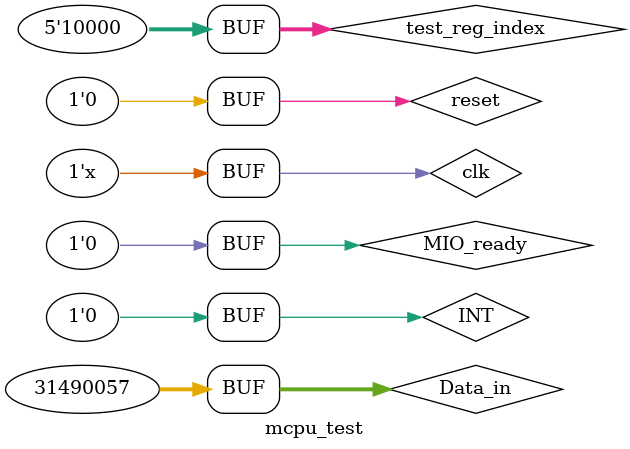
<source format=v>
`timescale 1ns / 1ps


module mcpu_test;

	// Inputs
	reg clk;
	reg reset;
	reg [31:0] Data_in;
	reg [4:0] test_reg_index;
	reg INT;
	reg MIO_ready;

	// Outputs
	wire mem_w;
	wire [31:0] Addr_out;
	wire [31:0] Data_out;
	wire [4:0] state;
	wire [31:0] PC_out;
	wire [31:0] inst_out;
	wire [31:0] test_reg_result;
	wire CPU_MIO;

	// Instantiate the Unit Under Test (UUT)
	MCPU_v1 uut (
		.clk(clk), 
		.reset(reset), 
		.mem_w(mem_w), 
		.Addr_out(Addr_out), 
		.Data_out(Data_out), 
		.Data_in(Data_in), 
		.state(state), 
		.PC_out(PC_out), 
		.inst_out(inst_out), 
		.test_reg_index(test_reg_index), 
		.test_reg_result(test_reg_result), 
		.INT(INT), 
		.MIO_ready(MIO_ready), 
		.CPU_MIO(CPU_MIO)
	);

	initial begin
		// Initialize Inputs
		clk = 0;
		reset = 1;
		Data_in = 0;
		test_reg_index = 0;
		INT = 0;
		MIO_ready = 0;

		// Wait 100 ns for global reset to finish
		#100;
		reset = 0;
		
		Data_in = 32'h20210001; // begin : addi $1, $1, 1
		test_reg_index = 1; // $1 ought to be 1
		#160;
		
		Data_in = 32'h00211020; //add $2, $1, $1
		#20;
		test_reg_index = 2; // $2 ought to be 2
		#140;
		
		Data_in = 32'h34630003; // ori $3, $3, 3
		#20;
		test_reg_index = 3; // $3 ought to be 3
		#140;
		
		Data_in = 32'h00622022; // $4 sub $4, $3, $2
		#20;
		test_reg_index = 4; // $4 ought to be 1
		#140;
		
		Data_in = 32'h00432827; // nor $5, $2, $3
		#20;
		test_reg_index = 5; // $5 ought to be 0xFFFFFFFC
		#140;
		
		Data_in = 32'h00433026; // xor $6, $2, $3
		#20;
		test_reg_index = 6; // $6 ought to be 0x00000001
		#140;
		
		Data_in = 32'h0043382A; // slt $7, $2, $3
		#20;
		test_reg_index = 7; // $7 ought to be 1
		#140;
		
		Data_in = 32'h28E8FFFF; // slti $8, $7. -1
		#20;
		test_reg_index = 8; // $8 ought to be 0
		#140;
		
		Data_in = 32'h00014FC0; // sll $9, $1, 31
		#20;
		test_reg_index = 9; // $9 ought to be 0x80000000;
		#140;
		
		Data_in = 32'h000957C2; // srl $10, $9, 31;
		#20;
		test_reg_index = 10; // $10 ought to be 0x00000001
		#140;
		
		Data_in = 32'h01405825; // or $11, $10, $0
		#20;
		test_reg_index = 11; // $11 ought to be 1
		#140;
		
		Data_in = 32'h316CFFFF; // andi $12, $11, 0xFFFF
		#20;
		test_reg_index = 12; // $12 ought to be 1
		#140;
		
		Data_in = 32'h3C0DFFFF; // lui $13, 0xFFFF
		#20
		test_reg_index = 13; // $13 ought to be 0xFFFF0000
		#140;
		
		Data_in = 32'h39AE0000; // xori $14, $13, 0x0000
		#20;
		test_reg_index = 14; // $14 ought to be 0xFFFF0000
		#140; 
		
		Data_in = 32'h11C0FFF1; // beq $14, $0, begin
		#160;
		
		Data_in = 32'h1400FFF0; // bne $0, $0, begin
		#160;
		
		/*
		Data_in = 32'h1000FFF1; // beq $0, $0, begin
		#160;
		*/
		
		/*
		Data_in = 32'h15C0FFF0; // bne $14, $0, begin
		#160;
		*/
		Data_in = 32'h08000011; // j L1
		#160;
		
		Data_in = 32'hAC0E0008; // L1: sw $14 8($0)
		#160;
		
		Data_in = 32'h8C0F0008; // lw $15 8($0)
		#50;
		test_reg_index = 15; // $15 ought to be 0x12345678
		Data_in = 32'h12345678;
		#150;
		
		Data_in = 32'h0C000014; // jal L2
		#20;
		test_reg_index = 31; // $31 ought to be 0
		#140;
		
		Data_in = 32'h01E08009; // L2: jalr $15, $16
		#20;
		test_reg_index = 16; // $16 ought to be 0x00000054 , PC ought to be 0x12345678
		#140;
		
        
	end
	
	always @ * begin
		#20;
		clk <= ~clk;
	end
      
endmodule

/*

	initial begin
		// Initialize Inputs
		inst_in = 0;
		Data_in = 0;
		clk = 0;
		reset = 1;
		test_reg_index = 0;

		// Wait 100 ns for global reset to finish
		#30;
		reset = 0;
		inst_in = 32'h20210001; // begin : addi $1, $1, 1
				#10;
				test_reg_index = 1; // $1 ought to be 1
				#20;
		inst_in = 32'h00211020; //add $2, $1, $1
				#20;
				test_reg_index = 2; // $2 ought to be 2
				#20;
		inst_in = 32'h34630003; // ori $3, $3, 3
				#20;
				test_reg_index = 2; // $3 ought to be 3
				#20;
		inst_in = 32'h00622022; // $4 sub $4, $3, $2
				#20;
				test_reg_index = 4; // $4 ought to be 1
				#20;
		inst_in = 32'h00432827; // nor $5, $2, $3
				#20;
				test_reg_index = 5; // $5 ought to be 0xFFFFFFFC
				#20;
		inst_in = 32'h00433026; // xor $6, $2, $3
				#20;
				test_reg_index = 6; // $6 ought to be 0x00000001
				#20;
		inst_in = 32'h0043382A; // slt $7, $2, $3
				#20;
				test_reg_index = 7; // $7 ought to be 1
				#20;
		inst_in = 32'h28E8FFFF; // slti $8, $7. -1
				#20;
				test_reg_index = 8; // $8 ought to be 0
				#20;
		inst_in = 32'h00014FC0; // sll $9, $1, 31
				#20;
				test_reg_index = 9; // $9 ought to be 0x80000000;
				#20;
		inst_in = 32'h000957C2; // srl $10, $9, 31;
				#20;
				test_reg_index = 10; // $10 ought to be 0x00000001
				#20;
		inst_in = 32'h01405825; // or $11, $10, $0
				#20;
				test_reg_index = 11; // $11 ought to be 1
				#20;
		inst_in = 32'h316CFFFF; // andi $12, $11, 0xFFFF
				#20;
				test_reg_index = 12; // $12 ought to be 1
				#20;
		inst_in = 32'h3C0DFFFF; // lui $13, 0xFFFF
				#20;
				test_reg_index = 13; // $13 ought to be 0xFFFF0000
				#20;
		inst_in = 32'h39AE0000; // xori $14, $13, 0x0000
				#20;
				test_reg_index = 14; // $14 ought to be 0xFFFF0000
				#20; 
		inst_in = 32'h11C0FFF1; // beq $14, $0, begin
				#40;
		inst_in = 32'h1400FFEF; // bne $0, $0, begin
				#40;
		inst_in = 32'h08000011; // j L1
				#40;
		inst_in = 32'h00000000;
				#40;
		inst_in = 32'hAC0E0008; // L1: sw $14 8($0)
				#40;
		inst_in = 32'h8C0F0008; // lw $15 8($0)
		Data_in = 32'h12345678;
				#20;
				test_reg_index = 15; // $15 ought to be 0x12345678
				#20;
		inst_in = 32'h0C000014; // jal L2
				#20;
				test_reg_index = 31; // $31 ought to be 0
				#20;
		inst_in = 32'h01E08009; // L2: jalr $15, $16
				#20;
				test_reg_index = 16; // $16 ought to be 0x12345678
				#20;
	end
    
	always @ * begin
		#20;
		clk <= ~clk;
	end
	
endmodule

*/


</source>
